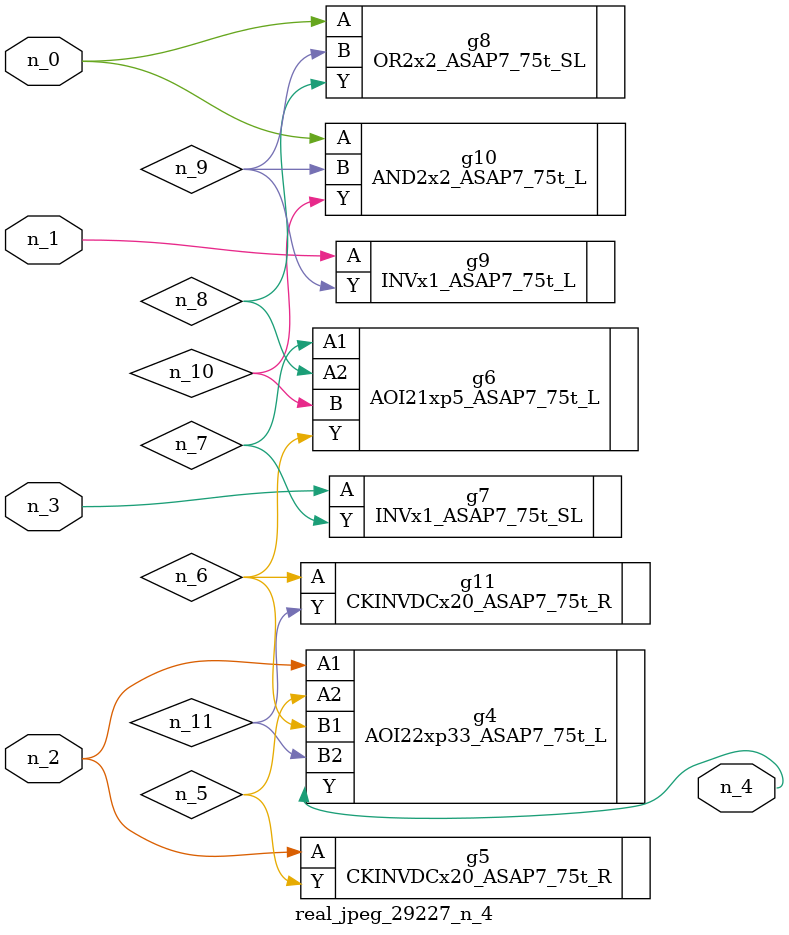
<source format=v>
module real_jpeg_29227_n_4 (n_3, n_1, n_0, n_2, n_4);

input n_3;
input n_1;
input n_0;
input n_2;

output n_4;

wire n_5;
wire n_8;
wire n_11;
wire n_6;
wire n_7;
wire n_10;
wire n_9;

OR2x2_ASAP7_75t_SL g8 ( 
.A(n_0),
.B(n_9),
.Y(n_8)
);

AND2x2_ASAP7_75t_L g10 ( 
.A(n_0),
.B(n_9),
.Y(n_10)
);

INVx1_ASAP7_75t_L g9 ( 
.A(n_1),
.Y(n_9)
);

AOI22xp33_ASAP7_75t_L g4 ( 
.A1(n_2),
.A2(n_5),
.B1(n_6),
.B2(n_11),
.Y(n_4)
);

CKINVDCx20_ASAP7_75t_R g5 ( 
.A(n_2),
.Y(n_5)
);

INVx1_ASAP7_75t_SL g7 ( 
.A(n_3),
.Y(n_7)
);

CKINVDCx20_ASAP7_75t_R g11 ( 
.A(n_6),
.Y(n_11)
);

AOI21xp5_ASAP7_75t_L g6 ( 
.A1(n_7),
.A2(n_8),
.B(n_10),
.Y(n_6)
);


endmodule
</source>
